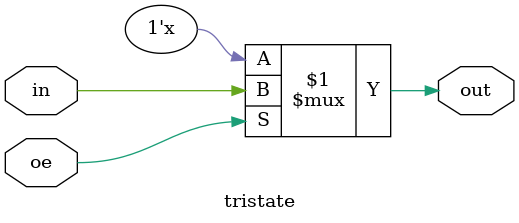
<source format=v>
module multdiv(data_operandA, data_operandB, ctrl_MULT, ctrl_DIV, clock, 
								 data_result, data_exception, data_resultRDY, reset);

input [31:0] data_operandA, data_operandB;
input ctrl_MULT, ctrl_DIV, clock, reset;

output [31:0] data_result;
output data_exception, data_resultRDY;

wire[31:0] mult_out, div_out;
wire mult_exception, div_exception, mult_ready, div_ready;

div divider(.dividend(data_operandA), .divisor(data_operandB), .div_ctrl(ctrl_DIV), .clock(clock), 
				.data_ready(div_ready), .div_exception(div_exception), .quotient(div_out), .reset(reset));
				
mult multiplier(.data_A(data_operandA), .data_B(data_operandB), .mult_ctrl(ctrl_MULT), .clock(clock), 
					 .data_ready(mult_ready), .overflow(mult_exception), .product(mult_out), .reset(reset));

wire control_asserted, control_select;
or o1(control_asserted, ctrl_MULT, ctrl_DIV);
 
//The output of this signals whether it's a multiplication
dffe op_control(.d(ctrl_MULT), .clk(clock), .clrn(1'b1), .prn(1'b1), .ena(control_asserted), .q(control_select));


genvar i; 
	generate
	for(i = 0; i < 32; i = i+1) begin: loop1
		mux_21 mux_temp(.ctrl(control_select), .b(mult_out[i]), .a(div_out[i]), .out(data_result[i]));
	end
endgenerate
	
mux_21 mux1(.ctrl(control_select), .b(mult_ready), .a(div_ready), .out(data_resultRDY));
mux_21 mux2(.ctrl(control_select), .b(mult_exception), .a(div_exception), .out(data_exception));


endmodule



module counter16 (clock, reset, out);

input clock, reset;
output [4:0] out;
reg [4:0] next;

dff dff0(.d(next[0]), .clk(clock), .q(out[0]), .clrn(1'b1));
dff dff1(.d(next[1]), .clk(clock), .q(out[1]), .clrn(1'b1));
dff dff2(.d(next[2]), .clk(clock), .q(out[2]), .clrn(1'b1));
dff dff3(.d(next[3]), .clk(clock), .q(out[3]), .clrn(1'b1));
dff dff4(.d(next[4]), .clk(clock), .q(out[4]), .clrn(1'b1));


always@(*) begin

casex({reset, out})
6'b1xxxxx: next = 0;
6'd0: next = 1;
6'd1: next = 2;
6'd2: next = 3;
6'd3: next = 4;
6'd4: next = 5;
6'd5: next = 6;
6'd6: next = 7;
6'd7: next = 8;
6'd8: next = 9;
6'd9: next = 10;
6'd10: next = 11;
6'd11: next = 12;
6'd12: next = 13;
6'd13: next = 14;
6'd14: next = 15;
6'd15: next = 16;
6'd16: next = 16;

default: next = 0;

endcase
end
endmodule

module counter32 (clock, reset, out);

input clock, reset;
output [5:0] out;
reg [5:0] next;

dff dff0(.d(next[0]), .clk(clock), .q(out[0]), .clrn(1'b1));
dff dff1(.d(next[1]), .clk(clock), .q(out[1]), .clrn(1'b1));
dff dff2(.d(next[2]), .clk(clock), .q(out[2]), .clrn(1'b1));
dff dff3(.d(next[3]), .clk(clock), .q(out[3]), .clrn(1'b1));
dff dff4(.d(next[4]), .clk(clock), .q(out[4]), .clrn(1'b1));
dff dff5(.d(next[5]), .clk(clock), .q(out[5]), .clrn(1'b1));


always@(*) begin

casex({reset, out})
7'b1xxxxxx: next = 0;
7'd0: next = 1;
7'd1: next = 2;
7'd2: next = 3;
7'd3: next = 4;
7'd4: next = 5;
7'd5: next = 6;
7'd6: next = 7;
7'd7: next = 8;
7'd8: next = 9;
7'd9: next = 10;
7'd10: next = 11;
7'd11: next = 12;
7'd12: next = 13;
7'd13: next = 14;
7'd14: next = 15;
7'd15: next = 16;
7'd16: next = 17;
7'd17: next = 18;
7'd18: next = 19;
7'd19: next = 20;
7'd20: next = 21;
7'd21: next = 22;
7'd22: next = 23;
7'd23: next = 24;
7'd24: next = 25;
7'd25: next = 26;
7'd26: next = 27;
7'd27: next = 28;
7'd28: next = 29;
7'd29: next = 30;
7'd30: next = 31;
7'd31: next = 32;
7'd32: next = 32;

default: next = 0;

endcase
end
endmodule


module div(dividend, divisor, quotient, div_ctrl, div_exception, clock, data_ready, reset);
//A = dividend, B = divisor

input[31:0] dividend, divisor;
input div_ctrl, clock, reset;

output[31:0] quotient;
output div_exception, data_ready;
wire divisor_0;

assign divisor_0 = ~|divisor[31:0];

wire fsm_done;

wire Trigger; //Trigger is the wire that signals that divisor < = remainder, so we do stuff in this cycle

//Counter and shift amount
wire[5:0] counter_state;
counter32 counter(.clock(clock), .reset(div_ctrl || reset), .out(counter_state));

//fsm done: counter = 32
and fsm_and(fsm_done, counter_state[5], ~counter_state[4], ~counter_state[3], ~counter_state[2], ~counter_state[1], ~counter_state[0]);

and exception(div_exception, divisor_0, fsm_done);

wire[4:0] shift_amt;
assign shift_amt = ~counter_state[4:0];

wire done; 
assign done = counter_state[5];

//remainder block
wire[31:0] rem_block_in, rem_block_out;
wire rem_block_enable;
register remainder_reg(.clk(clock), .data_in(rem_block_in), .write_enable(rem_block_enable), .data_out(rem_block_out), .ctrl_reset(1'b0));

or or1(rem_block_enable, Trigger, div_ctrl); //Write to remainder at beginning or when Trigger occurs


//sign resolved divisor
//sign resolved dividend

wire[31:0] resolved_divisor, resolved_dividend;
wire [4:0] divisor_opcode, dividend_opcode;

assign divisor_opcode[4:1] = 4'b0000;
assign dividend_opcode[4:1] = 4'b0000;
assign divisor_opcode[0] = divisor[31];
assign dividend_opcode[0] = dividend[31];
wire[31:0] zeros = 32'h00000000;

ALU divisor_ALU(.data_operandA(zeros), .data_operandB(divisor), .ctrl_ALUopcode(divisor_opcode), .ctrl_shiftamt(5'b00000), 
					 .data_result(resolved_divisor));
					 
ALU dividend_ALU(.data_operandA(zeros), .data_operandB(dividend), .ctrl_ALUopcode(dividend_opcode), .ctrl_shiftamt(5'b00000), 
					 .data_result(resolved_dividend));
					 
//ALU1
wire[31:0] ALU1_remainder, ALU1_output;
wire ALU_LT, ALU_equal, isEqual;

assign isEqual = ~|ALU1_output[31:0];
ALU ALU1(.data_operandA(resolved_divisor), .data_operandB(ALU1_remainder), .ctrl_ALUopcode(5'b00001), .ctrl_shiftamt(5'b00000), 
			 .isNotEqual(ALU_equal), .isLessThan(ALU_LT), .data_result(ALU1_output));

or or2(Trigger, isEqual, ALU_LT); 

//Shifter for remainder
SRA remainder_shifter(.data(rem_block_out), .ctrl(shift_amt), .out(ALU1_remainder));


//ALU2
wire[31:0] shifted_divisor, subtracted_remainder;
ALU ALU2(.data_operandA(rem_block_out), .data_operandB(shifted_divisor), .ctrl_ALUopcode(5'b00001), .ctrl_shiftamt(5'b00000),
			.data_result(subtracted_remainder));
			
//Shifter for divisor
SL divisor_shifter(.data(resolved_divisor), .ctrl(shift_amt), .out(shifted_divisor));

//Inputs to remainder block
genvar i; 
generate
	for(i = 0; i < 32; i = i+1) begin: loop1
		mux_21 mux_temp(.ctrl(div_ctrl), .b(resolved_dividend[i]), .a(subtracted_remainder[i]), .out(rem_block_in[i]));
	end
endgenerate

wire[31:0] intermediate_quotient;

//module reg_32_writable(clk, data_in, write_enable, data_out, ctrl_reset, write_address);
reg_32_writable quotient_block(.clk(clock), .data_in(32'hFFFFFFFF), .write_enable(Trigger),
								 .ctrl_reset(div_ctrl), .write_address(shift_amt), .data_out(intermediate_quotient));

or or3(data_ready, div_exception, done);

//sign resolved quotient		 
wire[4:0] quotient_opcode;
assign quotient_opcode[4:1] = 4'b0000;
xor operand_signs(quotient_opcode[0], dividend[31], divisor[31]);

ALU quotient_ALU(.data_operandA(zeros), .data_operandB(intermediate_quotient), .ctrl_ALUopcode(quotient_opcode), 
					  .ctrl_shiftamt(5'b00000), .data_result(quotient));
								 
endmodule

module mult(data_A, data_B, product, mult_ctrl, clock, data_ready, overflow, sign_overflow, top_product, maxneg_overflow, reset);

input [31:0] data_A, data_B;
input mult_ctrl, clock, reset;

output [31:0] product;
output data_ready, overflow;

//Set up FSM
wire[4:0] FSM_STATE;
counter16 FSM(.clock(clock), .reset(mult_ctrl || reset), .out(FSM_STATE));

//Initialize ALUOPCODE
wire[4:0] ALU_opcode;
assign ALU_opcode[4:1] = 4'b0000;

//Create preslicer with data_B as input
wire[15:0] shifts, adds, subtracts;
preslicer slicer(.shifts(shifts), .adds(adds), .subtracts(subtracts), .data_in(data_B));

//initialize LSB of ALUOPCODE using subtract_bit
//initialize do_nothing signal using add and subtract bits
wire add_bit, subtract_bit, do_nothing;
reg_16 add_ctrl(.clk(clock), .data_in(adds), .write_enable(mult_ctrl), .data_out(add_bit), .ctrl_reset(1'b0), .read_address(FSM_STATE));
reg_16 subtract_ctrl(.clk(clock), .data_in(subtracts), .write_enable(mult_ctrl), .data_out(subtract_bit), .ctrl_reset(1'b0), .read_address(FSM_STATE));
assign ALU_opcode[0] = subtract_bit;
and and1(do_nothing, ~add_bit, ~subtract_bit);

//Setup shift_bit
wire shift_bit;
reg_16 shift_ctrl(.clk(clock), .data_in(shifts), .write_enable(mult_ctrl), .data_out(shift_bit), .ctrl_reset(1'b0), .read_address(FSM_STATE));


//Setup ALU and wires going in/out
wire[31:0] shifted_multiplicand;
wire[63:0] full_ALU_out, full_product, reg_in;

assign product[31:0] = full_product[31:0];
assign full_ALU_out[31:0] = full_product[31:0];

genvar i; 
generate
	for(i = 0; i < 64; i = i+1) begin: loop1
		mux_21 mux_temp(.ctrl(do_nothing), .b(full_product[i]), .a(full_ALU_out[i]), .out(reg_in[i]));
	end
endgenerate

ALU alu(.data_operandA(full_product[63:32]), .data_operandB(shifted_multiplicand), .ctrl_ALUopcode(ALU_opcode), .ctrl_shiftamt(5'b00000), 
							  .data_result(full_ALU_out[63:32]));

//Setup shifters for ALU inputs and outputs
SLL_1_ctrl multiplicand_shifter(.data(data_A), .ctrl(shift_bit), .out(shifted_multiplicand));							  

//initialize DONE wire: done is true when fsmstate = 16 = 10000
wire fsm_done;
and and2(fsm_done, FSM_STATE[4], ~FSM_STATE[3], ~FSM_STATE[3], ~FSM_STATE[1], ~FSM_STATE[0]);

//Setup product register
shiftregister product_register(.clk(clock), .data_in(reg_in), .data_out(full_product), .ctrl_reset(mult_ctrl), .write_enable(~fsm_done));

//Setup check to see if we have overflow by checking upper 32 bits of product register
wire product_upper_OR;
or p_or(product_upper_OR, full_product[63:32]);

or ready_or(data_ready, overflow, fsm_done);

output[31:0] top_product;
assign top_product = full_product[63:32];

wire A0, B0, either_op_0;
assign A0 = ~|data_A[31:0];
assign B0 = ~|data_B[31:0];
or op0(either_op_0, A0, B0);


//Case 1: top product is not all the same, or it's different from sign of actual product
wire top_prod_all_zeros = ~|top_product[31:0];
wire top_prod_all_ones = &top_product[31:0];

wire all_ones, all_zeros;
and andones(all_ones, top_prod_all_ones, product[31]);
and andzeros(all_zeros, top_prod_all_zeros, ~product[31]);
 
output sign_overflow;
nor s_o_nor(sign_overflow, all_ones, all_zeros);


//Case 2: multiplying maxneg by maxneg

wire amaxneg, bmaxneg;
assign amaxneg = data_A[31] & (~|data_A[30:0]);
assign bmaxneg = data_B[31] & (~|data_B[30:0]);

output maxneg_overflow;
and maxneg(maxneg_overflow, amaxneg, bmaxneg);

wire both_cases;
or both(both_cases, sign_overflow, maxneg_overflow);

and final(overflow, both_cases, ~either_op_0, fsm_done);


endmodule

module preslicer(data_in, shifts, adds, subtracts);

input [31:0] data_in;
output [15:0] shifts, adds, subtracts;

wire [32:0] all_inputs;
assign all_inputs[0] = 1'b0; //Adding implicit 0
assign all_inputs[32:1] = data_in[31:0];

genvar i;
generate

for (i = 0; i < 16; i = i+1) begin: loop1
	
	//SHIFTS
	wire w1, w2;
	and and1(w1, all_inputs[i*2+2], ~all_inputs[i*2+1], ~all_inputs[i*2]);
	and and2(w2, ~all_inputs[i*2+2], all_inputs[i*2+1], all_inputs[i*2]);
	or or1(shifts[i], w1, w2);
	
	//ADDS
	wire w3, w4, w5;
	and and3(w3, ~all_inputs[i*2+2], all_inputs[i*2+1], ~all_inputs[i*2]);
	and and4(w4, ~all_inputs[i*2+2], ~all_inputs[i*2+1], all_inputs[i*2]);
	and and5(w5, ~all_inputs[i*2+2], all_inputs[i*2+1], all_inputs[i*2]);
	or or2(adds[i], w3, w4, w5);
	
	//SUBTRACTS
	wire w6, w7, w8;
	and and6(w6, all_inputs[i*2+2], ~all_inputs[i*2+1], ~all_inputs[i*2]);
	and and7(w7, all_inputs[i*2+2], all_inputs[i*2+1], ~all_inputs[i*2]);
	and and8(w8, all_inputs[i*2+2], ~all_inputs[i*2+1], all_inputs[i*2]);
	or or3(subtracts[i], w6, w7, w8);

end
endgenerate



endmodule

module reg_16(clk, data_in, write_enable, data_out, ctrl_reset, read_address);
//This is a register where we can specify the address of the DFF being read

	input clk, write_enable, ctrl_reset;
	input [15:0] data_in;
	input [3:0] read_address;
	
	output data_out;
	
	wire [15:0] stored_values;
	wire [4:0] decoder_input;
	
	//Using a 5:32 decoder, we give it a 0 in the MSB
	assign decoder_input[4] = 1'b0;
	assign decoder_input[3:0] = read_address[3:0];
	
	assign async_ctrl = 1;
	
	genvar i; 
	generate
	for(i = 0; i < 16; i = i+1) begin: loop1
		dffe dffe_temp(.d(data_in[i]), .clk(clk), .clrn(~ctrl_reset), .prn(async_ctrl),
		.ena(write_enable), .q(stored_values[i]));
	end
	endgenerate
	
	wire[31:0] decoder_out;
	decoder decode(.in(decoder_input), .out(decoder_out));
	
	generate
	for(i = 0; i < 16; i = i + 1) begin: loop2
		tristate temp(.in(stored_values[i]), .oe(decoder_out[i]), .out(data_out));
	end
	endgenerate
	
	
endmodule



module reg_32_writable(clk, data_in, write_enable, data_out, ctrl_reset, write_address);
//This is a register where we can specify the address of the DFF being written

	input clk, write_enable, ctrl_reset;
	input [31:0] data_in;
	input [4:0] write_address;
	
	output[31:0] data_out;
	
	assign async_ctrl = 1;
	
	wire[31:0] decoder_out, enables;
	decoder decode(.in(write_address), .out(decoder_out));

	
	
	genvar i; 
	generate
	for(i = 0; i < 32; i = i+1) begin: loop1
	
		and and1(enables[i], write_enable, decoder_out[i]);
		
		dffe dffe_temp(.d(data_in[i]), .clk(clk), .clrn(~ctrl_reset), .prn(async_ctrl),
		.ena(enables[i]), .q(data_out[i]));
	end
	endgenerate
	
	
endmodule


module shiftregister(clk, data_in, write_enable, data_out, ctrl_reset);

	input clk, write_enable, ctrl_reset;
	input [63:0] data_in;
	output [63:0] data_out;
	
	assign async_ctrl = 1;
	
	genvar i; 
	generate
	for(i = 0; i < 62; i = i+1) begin: loop1
		dffe dffe_temp(.d(data_in[i+2]), .clk(clk), .clrn(~ctrl_reset), .prn(async_ctrl),
		.ena(write_enable), .q(data_out[i]));
	end
	endgenerate
	
	
	//2 bits of sign extension
	
	wire bit_62;
	wire bit_63;
	
	assign bit_62 = data_in[63] ? 1'b1 : 1'b0;
	assign bit_63 = data_in[63] ? 1'b1 : 1'b0;

	dffe dffe_1(.d(bit_62), .clk(clk), .clrn(~ctrl_reset), .prn(async_ctrl),
		.ena(write_enable), .q(data_out[62]));
		
	dffe dffe_2(.d(bit_63), .clk(clk), .clrn(~ctrl_reset), .prn(async_ctrl),
		.ena(write_enable), .q(data_out[63]));
	
endmodule



//This module: 
//Is like a register that holds 64 bits, except: 
//It'll right-shift any input by 2


module SLL_1_ctrl(data, out, ctrl, overflow);

input [31:0] data;
input ctrl;
output [31:0] out;
output overflow;

and and1(overflow, ctrl, data[31]);

assign out[0] = ctrl ? 1'b0 : data[0];
assign out[31:1] = ctrl? data[30:0] : data[31:1];

endmodule

module tristate(in, oe, out);
	input in, oe;
	output out;
	
	assign out = oe? in : 1'bz;
	
endmodule

</source>
